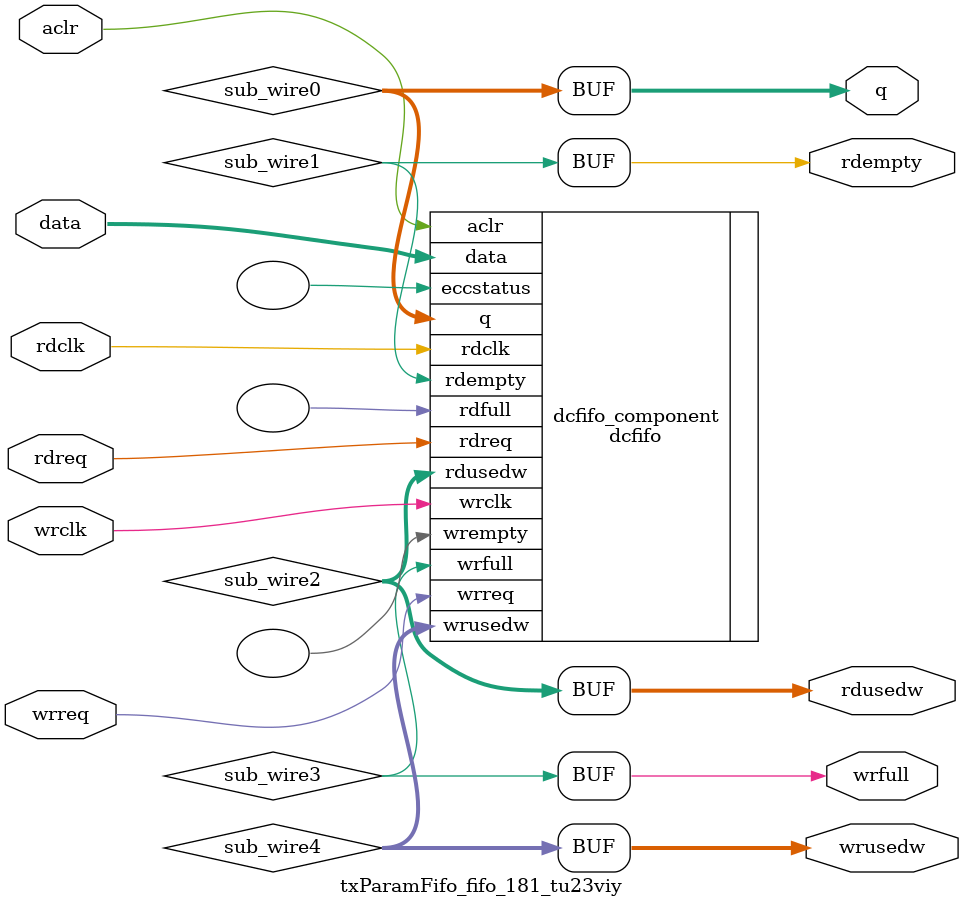
<source format=v>



`timescale 1 ps / 1 ps
// synopsys translate_on
module  txParamFifo_fifo_181_tu23viy  (
    aclr,
    data,
    rdclk,
    rdreq,
    wrclk,
    wrreq,
    q,
    rdempty,
    rdusedw,
    wrfull,
    wrusedw);

    input    aclr;
    input  [12:0]  data;
    input    rdclk;
    input    rdreq;
    input    wrclk;
    input    wrreq;
    output [12:0]  q;
    output   rdempty;
    output [4:0]  rdusedw;
    output   wrfull;
    output [4:0]  wrusedw;
`ifndef ALTERA_RESERVED_QIS
// synopsys translate_off
`endif
    tri0     aclr;
`ifndef ALTERA_RESERVED_QIS
// synopsys translate_on
`endif

    wire [12:0] sub_wire0;
    wire  sub_wire1;
    wire [4:0] sub_wire2;
    wire  sub_wire3;
    wire [4:0] sub_wire4;
    wire [12:0] q = sub_wire0[12:0];
    wire  rdempty = sub_wire1;
    wire [4:0] rdusedw = sub_wire2[4:0];
    wire  wrfull = sub_wire3;
    wire [4:0] wrusedw = sub_wire4[4:0];

    dcfifo  dcfifo_component (
                .aclr (aclr),
                .data (data),
                .rdclk (rdclk),
                .rdreq (rdreq),
                .wrclk (wrclk),
                .wrreq (wrreq),
                .q (sub_wire0),
                .rdempty (sub_wire1),
                .rdusedw (sub_wire2),
                .wrfull (sub_wire3),
                .wrusedw (sub_wire4),
                .eccstatus (),
                .rdfull (),
                .wrempty ());
    defparam
        dcfifo_component.enable_ecc  = "FALSE",
        dcfifo_component.intended_device_family  = "Arria 10",
        dcfifo_component.lpm_hint  = "DISABLE_DCFIFO_EMBEDDED_TIMING_CONSTRAINT=TRUE",
        dcfifo_component.lpm_numwords  = 32,
        dcfifo_component.lpm_showahead  = "OFF",
        dcfifo_component.lpm_type  = "dcfifo",
        dcfifo_component.lpm_width  = 13,
        dcfifo_component.lpm_widthu  = 5,
        dcfifo_component.overflow_checking  = "ON",
        dcfifo_component.rdsync_delaypipe  = 5,
        dcfifo_component.read_aclr_synch  = "ON",
        dcfifo_component.underflow_checking  = "ON",
        dcfifo_component.use_eab  = "ON",
        dcfifo_component.write_aclr_synch  = "OFF",
        dcfifo_component.wrsync_delaypipe  = 5;


endmodule



</source>
